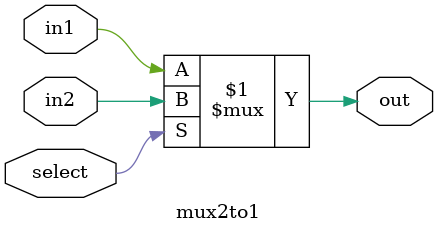
<source format=v>
module mux2to1(input wire in1, input wire in2, input wire select, output wire out);
    assign out = select ? in2 : in1;
endmodule

</source>
